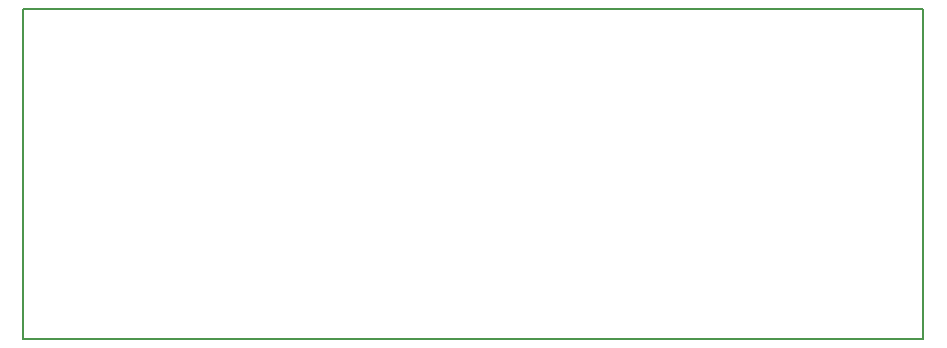
<source format=gbr>
G04 #@! TF.GenerationSoftware,KiCad,Pcbnew,(5.0.1)-3*
G04 #@! TF.CreationDate,2018-12-06T21:01:50-08:00*
G04 #@! TF.ProjectId,500-1071,3530302D313037312E6B696361645F70,A*
G04 #@! TF.SameCoordinates,Original*
G04 #@! TF.FileFunction,Profile,NP*
%FSLAX46Y46*%
G04 Gerber Fmt 4.6, Leading zero omitted, Abs format (unit mm)*
G04 Created by KiCad (PCBNEW (5.0.1)-3) date 12/6/2018 9:01:50 PM*
%MOMM*%
%LPD*%
G01*
G04 APERTURE LIST*
%ADD10C,0.150000*%
G04 APERTURE END LIST*
D10*
X243840000Y-95250000D02*
X243840000Y-93980000D01*
X167640000Y-95250000D02*
X167640000Y-93980000D01*
X167640000Y-97155000D02*
X167640000Y-95250000D01*
X243840000Y-96520000D02*
X243840000Y-95250000D01*
X243840000Y-96520000D02*
X243840000Y-121920000D01*
X167640000Y-96520000D02*
X167640000Y-121920000D01*
X167640000Y-93980000D02*
X243840000Y-93980000D01*
X167640000Y-121920000D02*
X243840000Y-121920000D01*
M02*

</source>
